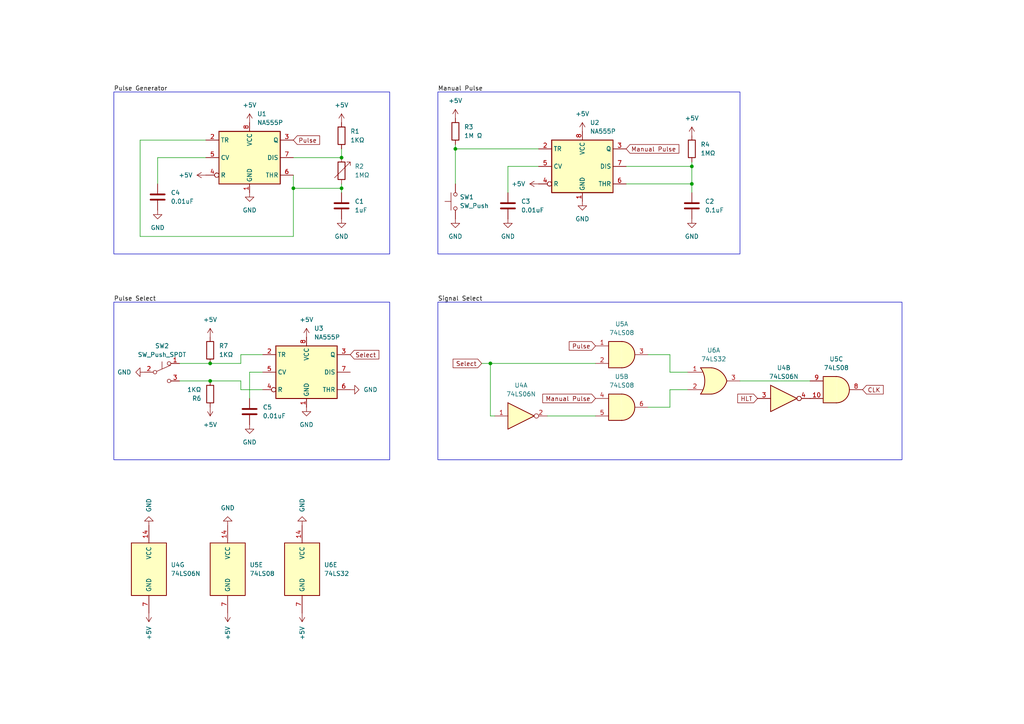
<source format=kicad_sch>
(kicad_sch (version 20230121) (generator eeschema)
  (paper "A4")
  (title_block (title "Clock Module") (date "2023-11-01") (rev "A") (company "Jonas Almås"))
  (lib_symbols
    (symbol "74xx:74LS06N" (pin_names (offset 1.016))
      (property "Reference" "U" (at 0 1.27 0))
      (property "Value" "74LS06N" (at 0 -1.27 0))
      (symbol "74LS06N_1_0"
        (polyline (pts (xy -3.81 3.81) (xy -3.81 -3.81) (xy 3.81 0) (xy -3.81 3.81)) (stroke (width 0.254)) (fill (type background)))
        (pin input line (at -7.62 0 0) (length 3.81) (name "~") (number "1"))
        (pin open_collector inverted (at 7.62 0 180) (length 3.81) (name "~") (number "2"))
      )
      (symbol "74LS06N_2_0"
        (polyline (pts (xy -3.81 3.81) (xy -3.81 -3.81) (xy 3.81 0) (xy -3.81 3.81)) (stroke (width 0.254)) (fill (type background)))
        (pin input line (at -7.62 0 0) (length 3.81) (name "~") (number "3"))
        (pin open_collector inverted (at 7.62 0 180) (length 3.81) (name "~") (number "4"))
      )
      (symbol "74LS06N_3_0"
        (polyline (pts (xy -3.81 3.81) (xy -3.81 -3.81) (xy 3.81 0) (xy -3.81 3.81)) (stroke (width 0.254)) (fill (type background)))
        (pin input line (at -7.62 0 0) (length 3.81) (name "~") (number "5"))
        (pin open_collector inverted (at 7.62 0 180) (length 3.81) (name "~") (number "6"))
      )
      (symbol "74LS06N_4_0"
        (polyline (pts (xy -3.81 3.81) (xy -3.81 -3.81) (xy 3.81 0) (xy -3.81 3.81)) (stroke (width 0.254)) (fill (type background)))
        (pin open_collector inverted (at 7.62 0 180) (length 3.81) (name "~") (number "8"))
        (pin input line (at -7.62 0 0) (length 3.81) (name "~") (number "9"))
      )
      (symbol "74LS06N_5_0"
        (polyline (pts (xy -3.81 3.81) (xy -3.81 -3.81) (xy 3.81 0) (xy -3.81 3.81)) (stroke (width 0.254)) (fill (type background)))
        (pin open_collector inverted (at 7.62 0 180) (length 3.81) (name "~") (number "10"))
        (pin input line (at -7.62 0 0) (length 3.81) (name "~") (number "11"))
      )
      (symbol "74LS06N_6_0"
        (polyline (pts (xy -3.81 3.81) (xy -3.81 -3.81) (xy 3.81 0) (xy -3.81 3.81)) (stroke (width 0.254)) (fill (type background)))
        (pin open_collector inverted (at 7.62 0 180) (length 3.81) (name "~") (number "12"))
        (pin input line (at -7.62 0 0) (length 3.81) (name "~") (number "13"))
      )
      (symbol "74LS06N_7_0"
        (pin power_in line (at 0 12.7 270) (length 5.08) (name "VCC") (number "14"))
        (pin power_in line (at 0 -12.7 90) (length 5.08) (name "GND") (number "7"))
      )
      (symbol "74LS06N_7_1"
        (rectangle (start -5.08 7.62) (end 5.08 -7.62) (stroke (width 0.254)) (fill (type background)))
      )
    )
    (symbol "74xx:74LS08" (pin_names (offset 1.016))
      (property "Reference" "U" (at 0 1.27 0))
      (property "Value" "74LS08" (at 0 -1.27 0))
      (symbol "74LS08_1_1"
        (arc (start 0 -3.81) (mid 3.7934 0) (end 0 3.81) (stroke (width 0.254)) (fill (type background)))
        (polyline (pts (xy 0 3.81) (xy -3.81 3.81) (xy -3.81 -3.81) (xy 0 -3.81)) (stroke (width 0.254)) (fill (type background)))
        (pin input line (at -7.62 2.54 0) (length 3.81) (name "~") (number "1"))
        (pin input line (at -7.62 -2.54 0) (length 3.81) (name "~") (number "2"))
        (pin output line (at 7.62 0 180) (length 3.81) (name "~") (number "3"))
      )
      (symbol "74LS08_1_2"
        (arc (start -3.81 -3.81) (mid -2.589 0) (end -3.81 3.81) (stroke (width 0.254)))
        (arc (start -0.6096 -3.81) (mid 2.1842 -2.5851) (end 3.81 0) (stroke (width 0.254)) (fill (type background)))
        (polyline (pts (xy -3.81 -3.81) (xy -0.635 -3.81)) (stroke (width 0.254)) (fill (type background)))
        (polyline (pts (xy -3.81 3.81) (xy -0.635 3.81)) (stroke (width 0.254)) (fill (type background)))
        (polyline (pts (xy -0.635 3.81) (xy -3.81 3.81) (xy -3.81 3.81) (xy -3.556 3.4036) (xy -3.0226 2.2606) (xy -2.6924 1.0414) (xy -2.6162 -0.254) (xy -2.7686 -1.4986) (xy -3.175 -2.7178) (xy -3.81 -3.81) (xy -3.81 -3.81) (xy -0.635 -3.81)) (stroke (width -25.4)) (fill (type background)))
        (arc (start 3.81 0) (mid 2.1915 2.5936) (end -0.6096 3.81) (stroke (width 0.254)) (fill (type background)))
        (pin input inverted (at -7.62 2.54 0) (length 4.318) (name "~") (number "1"))
        (pin input inverted (at -7.62 -2.54 0) (length 4.318) (name "~") (number "2"))
        (pin output inverted (at 7.62 0 180) (length 3.81) (name "~") (number "3"))
      )
      (symbol "74LS08_2_1"
        (arc (start 0 -3.81) (mid 3.7934 0) (end 0 3.81) (stroke (width 0.254)) (fill (type background)))
        (polyline (pts (xy 0 3.81) (xy -3.81 3.81) (xy -3.81 -3.81) (xy 0 -3.81)) (stroke (width 0.254)) (fill (type background)))
        (pin input line (at -7.62 2.54 0) (length 3.81) (name "~") (number "4"))
        (pin input line (at -7.62 -2.54 0) (length 3.81) (name "~") (number "5"))
        (pin output line (at 7.62 0 180) (length 3.81) (name "~") (number "6"))
      )
      (symbol "74LS08_2_2"
        (arc (start -3.81 -3.81) (mid -2.589 0) (end -3.81 3.81) (stroke (width 0.254)))
        (arc (start -0.6096 -3.81) (mid 2.1842 -2.5851) (end 3.81 0) (stroke (width 0.254)) (fill (type background)))
        (polyline (pts (xy -3.81 -3.81) (xy -0.635 -3.81)) (stroke (width 0.254)) (fill (type background)))
        (polyline (pts (xy -3.81 3.81) (xy -0.635 3.81)) (stroke (width 0.254)) (fill (type background)))
        (polyline (pts (xy -0.635 3.81) (xy -3.81 3.81) (xy -3.81 3.81) (xy -3.556 3.4036) (xy -3.0226 2.2606) (xy -2.6924 1.0414) (xy -2.6162 -0.254) (xy -2.7686 -1.4986) (xy -3.175 -2.7178) (xy -3.81 -3.81) (xy -3.81 -3.81) (xy -0.635 -3.81)) (stroke (width -25.4)) (fill (type background)))
        (arc (start 3.81 0) (mid 2.1915 2.5936) (end -0.6096 3.81) (stroke (width 0.254)) (fill (type background)))
        (pin input inverted (at -7.62 2.54 0) (length 4.318) (name "~") (number "4"))
        (pin input inverted (at -7.62 -2.54 0) (length 4.318) (name "~") (number "5"))
        (pin output inverted (at 7.62 0 180) (length 3.81) (name "~") (number "6"))
      )
      (symbol "74LS08_3_1"
        (arc (start 0 -3.81) (mid 3.7934 0) (end 0 3.81) (stroke (width 0.254)) (fill (type background)))
        (polyline (pts (xy 0 3.81) (xy -3.81 3.81) (xy -3.81 -3.81) (xy 0 -3.81)) (stroke (width 0.254)) (fill (type background)))
        (pin input line (at -7.62 -2.54 0) (length 3.81) (name "~") (number "10"))
        (pin output line (at 7.62 0 180) (length 3.81) (name "~") (number "8"))
        (pin input line (at -7.62 2.54 0) (length 3.81) (name "~") (number "9"))
      )
      (symbol "74LS08_3_2"
        (arc (start -3.81 -3.81) (mid -2.589 0) (end -3.81 3.81) (stroke (width 0.254)))
        (arc (start -0.6096 -3.81) (mid 2.1842 -2.5851) (end 3.81 0) (stroke (width 0.254)) (fill (type background)))
        (polyline (pts (xy -3.81 -3.81) (xy -0.635 -3.81)) (stroke (width 0.254)) (fill (type background)))
        (polyline (pts (xy -3.81 3.81) (xy -0.635 3.81)) (stroke (width 0.254)) (fill (type background)))
        (polyline (pts (xy -0.635 3.81) (xy -3.81 3.81) (xy -3.81 3.81) (xy -3.556 3.4036) (xy -3.0226 2.2606) (xy -2.6924 1.0414) (xy -2.6162 -0.254) (xy -2.7686 -1.4986) (xy -3.175 -2.7178) (xy -3.81 -3.81) (xy -3.81 -3.81) (xy -0.635 -3.81)) (stroke (width -25.4)) (fill (type background)))
        (arc (start 3.81 0) (mid 2.1915 2.5936) (end -0.6096 3.81) (stroke (width 0.254)) (fill (type background)))
        (pin input inverted (at -7.62 -2.54 0) (length 4.318) (name "~") (number "10"))
        (pin output inverted (at 7.62 0 180) (length 3.81) (name "~") (number "8"))
        (pin input inverted (at -7.62 2.54 0) (length 4.318) (name "~") (number "9"))
      )
      (symbol "74LS08_4_1"
        (arc (start 0 -3.81) (mid 3.7934 0) (end 0 3.81) (stroke (width 0.254)) (fill (type background)))
        (polyline (pts (xy 0 3.81) (xy -3.81 3.81) (xy -3.81 -3.81) (xy 0 -3.81)) (stroke (width 0.254)) (fill (type background)))
        (pin output line (at 7.62 0 180) (length 3.81) (name "~") (number "11"))
        (pin input line (at -7.62 2.54 0) (length 3.81) (name "~") (number "12"))
        (pin input line (at -7.62 -2.54 0) (length 3.81) (name "~") (number "13"))
      )
      (symbol "74LS08_4_2"
        (arc (start -3.81 -3.81) (mid -2.589 0) (end -3.81 3.81) (stroke (width 0.254)))
        (arc (start -0.6096 -3.81) (mid 2.1842 -2.5851) (end 3.81 0) (stroke (width 0.254)) (fill (type background)))
        (polyline (pts (xy -3.81 -3.81) (xy -0.635 -3.81)) (stroke (width 0.254)) (fill (type background)))
        (polyline (pts (xy -3.81 3.81) (xy -0.635 3.81)) (stroke (width 0.254)) (fill (type background)))
        (polyline (pts (xy -0.635 3.81) (xy -3.81 3.81) (xy -3.81 3.81) (xy -3.556 3.4036) (xy -3.0226 2.2606) (xy -2.6924 1.0414) (xy -2.6162 -0.254) (xy -2.7686 -1.4986) (xy -3.175 -2.7178) (xy -3.81 -3.81) (xy -3.81 -3.81) (xy -0.635 -3.81)) (stroke (width -25.4)) (fill (type background)))
        (arc (start 3.81 0) (mid 2.1915 2.5936) (end -0.6096 3.81) (stroke (width 0.254)) (fill (type background)))
        (pin output inverted (at 7.62 0 180) (length 3.81) (name "~") (number "11"))
        (pin input inverted (at -7.62 2.54 0) (length 4.318) (name "~") (number "12"))
        (pin input inverted (at -7.62 -2.54 0) (length 4.318) (name "~") (number "13"))
      )
      (symbol "74LS08_5_0"
        (pin power_in line (at 0 12.7 270) (length 5.08) (name "VCC") (number "14"))
        (pin power_in line (at 0 -12.7 90) (length 5.08) (name "GND") (number "7"))
      )
      (symbol "74LS08_5_1"
        (rectangle (start -5.08 7.62) (end 5.08 -7.62) (stroke (width 0.254)) (fill (type background)))
      )
    )
    (symbol "74xx:74LS32" (pin_names (offset 1.016))
      (property "Reference" "U" (at 0 1.27 0))
      (property "Value" "74LS32" (at 0 -1.27 0))
      (symbol "74LS32_1_1"
        (arc (start -3.81 -3.81) (mid -2.589 0) (end -3.81 3.81) (stroke (width 0.254)))
        (arc (start -0.6096 -3.81) (mid 2.1842 -2.5851) (end 3.81 0) (stroke (width 0.254)) (fill (type background)))
        (polyline (pts (xy -3.81 -3.81) (xy -0.635 -3.81)) (stroke (width 0.254)) (fill (type background)))
        (polyline (pts (xy -3.81 3.81) (xy -0.635 3.81)) (stroke (width 0.254)) (fill (type background)))
        (polyline (pts (xy -0.635 3.81) (xy -3.81 3.81) (xy -3.81 3.81) (xy -3.556 3.4036) (xy -3.0226 2.2606) (xy -2.6924 1.0414) (xy -2.6162 -0.254) (xy -2.7686 -1.4986) (xy -3.175 -2.7178) (xy -3.81 -3.81) (xy -3.81 -3.81) (xy -0.635 -3.81)) (stroke (width -25.4)) (fill (type background)))
        (arc (start 3.81 0) (mid 2.1915 2.5936) (end -0.6096 3.81) (stroke (width 0.254)) (fill (type background)))
        (pin input line (at -7.62 2.54 0) (length 4.318) (name "~") (number "1"))
        (pin input line (at -7.62 -2.54 0) (length 4.318) (name "~") (number "2"))
        (pin output line (at 7.62 0 180) (length 3.81) (name "~") (number "3"))
      )
      (symbol "74LS32_1_2"
        (arc (start 0 -3.81) (mid 3.7934 0) (end 0 3.81) (stroke (width 0.254)) (fill (type background)))
        (polyline (pts (xy 0 3.81) (xy -3.81 3.81) (xy -3.81 -3.81) (xy 0 -3.81)) (stroke (width 0.254)) (fill (type background)))
        (pin input inverted (at -7.62 2.54 0) (length 3.81) (name "~") (number "1"))
        (pin input inverted (at -7.62 -2.54 0) (length 3.81) (name "~") (number "2"))
        (pin output inverted (at 7.62 0 180) (length 3.81) (name "~") (number "3"))
      )
      (symbol "74LS32_2_1"
        (arc (start -3.81 -3.81) (mid -2.589 0) (end -3.81 3.81) (stroke (width 0.254)))
        (arc (start -0.6096 -3.81) (mid 2.1842 -2.5851) (end 3.81 0) (stroke (width 0.254)) (fill (type background)))
        (polyline (pts (xy -3.81 -3.81) (xy -0.635 -3.81)) (stroke (width 0.254)) (fill (type background)))
        (polyline (pts (xy -3.81 3.81) (xy -0.635 3.81)) (stroke (width 0.254)) (fill (type background)))
        (polyline (pts (xy -0.635 3.81) (xy -3.81 3.81) (xy -3.81 3.81) (xy -3.556 3.4036) (xy -3.0226 2.2606) (xy -2.6924 1.0414) (xy -2.6162 -0.254) (xy -2.7686 -1.4986) (xy -3.175 -2.7178) (xy -3.81 -3.81) (xy -3.81 -3.81) (xy -0.635 -3.81)) (stroke (width -25.4)) (fill (type background)))
        (arc (start 3.81 0) (mid 2.1915 2.5936) (end -0.6096 3.81) (stroke (width 0.254)) (fill (type background)))
        (pin input line (at -7.62 2.54 0) (length 4.318) (name "~") (number "4"))
        (pin input line (at -7.62 -2.54 0) (length 4.318) (name "~") (number "5"))
        (pin output line (at 7.62 0 180) (length 3.81) (name "~") (number "6"))
      )
      (symbol "74LS32_2_2"
        (arc (start 0 -3.81) (mid 3.7934 0) (end 0 3.81) (stroke (width 0.254)) (fill (type background)))
        (polyline (pts (xy 0 3.81) (xy -3.81 3.81) (xy -3.81 -3.81) (xy 0 -3.81)) (stroke (width 0.254)) (fill (type background)))
        (pin input inverted (at -7.62 2.54 0) (length 3.81) (name "~") (number "4"))
        (pin input inverted (at -7.62 -2.54 0) (length 3.81) (name "~") (number "5"))
        (pin output inverted (at 7.62 0 180) (length 3.81) (name "~") (number "6"))
      )
      (symbol "74LS32_3_1"
        (arc (start -3.81 -3.81) (mid -2.589 0) (end -3.81 3.81) (stroke (width 0.254)))
        (arc (start -0.6096 -3.81) (mid 2.1842 -2.5851) (end 3.81 0) (stroke (width 0.254)) (fill (type background)))
        (polyline (pts (xy -3.81 -3.81) (xy -0.635 -3.81)) (stroke (width 0.254)) (fill (type background)))
        (polyline (pts (xy -3.81 3.81) (xy -0.635 3.81)) (stroke (width 0.254)) (fill (type background)))
        (polyline (pts (xy -0.635 3.81) (xy -3.81 3.81) (xy -3.81 3.81) (xy -3.556 3.4036) (xy -3.0226 2.2606) (xy -2.6924 1.0414) (xy -2.6162 -0.254) (xy -2.7686 -1.4986) (xy -3.175 -2.7178) (xy -3.81 -3.81) (xy -3.81 -3.81) (xy -0.635 -3.81)) (stroke (width -25.4)) (fill (type background)))
        (arc (start 3.81 0) (mid 2.1915 2.5936) (end -0.6096 3.81) (stroke (width 0.254)) (fill (type background)))
        (pin input line (at -7.62 -2.54 0) (length 4.318) (name "~") (number "10"))
        (pin output line (at 7.62 0 180) (length 3.81) (name "~") (number "8"))
        (pin input line (at -7.62 2.54 0) (length 4.318) (name "~") (number "9"))
      )
      (symbol "74LS32_3_2"
        (arc (start 0 -3.81) (mid 3.7934 0) (end 0 3.81) (stroke (width 0.254)) (fill (type background)))
        (polyline (pts (xy 0 3.81) (xy -3.81 3.81) (xy -3.81 -3.81) (xy 0 -3.81)) (stroke (width 0.254)) (fill (type background)))
        (pin input inverted (at -7.62 -2.54 0) (length 3.81) (name "~") (number "10"))
        (pin output inverted (at 7.62 0 180) (length 3.81) (name "~") (number "8"))
        (pin input inverted (at -7.62 2.54 0) (length 3.81) (name "~") (number "9"))
      )
      (symbol "74LS32_4_1"
        (arc (start -3.81 -3.81) (mid -2.589 0) (end -3.81 3.81) (stroke (width 0.254)))
        (arc (start -0.6096 -3.81) (mid 2.1842 -2.5851) (end 3.81 0) (stroke (width 0.254)) (fill (type background)))
        (polyline (pts (xy -3.81 -3.81) (xy -0.635 -3.81)) (stroke (width 0.254)) (fill (type background)))
        (polyline (pts (xy -3.81 3.81) (xy -0.635 3.81)) (stroke (width 0.254)) (fill (type background)))
        (polyline (pts (xy -0.635 3.81) (xy -3.81 3.81) (xy -3.81 3.81) (xy -3.556 3.4036) (xy -3.0226 2.2606) (xy -2.6924 1.0414) (xy -2.6162 -0.254) (xy -2.7686 -1.4986) (xy -3.175 -2.7178) (xy -3.81 -3.81) (xy -3.81 -3.81) (xy -0.635 -3.81)) (stroke (width -25.4)) (fill (type background)))
        (arc (start 3.81 0) (mid 2.1915 2.5936) (end -0.6096 3.81) (stroke (width 0.254)) (fill (type background)))
        (pin output line (at 7.62 0 180) (length 3.81) (name "~") (number "11"))
        (pin input line (at -7.62 2.54 0) (length 4.318) (name "~") (number "12"))
        (pin input line (at -7.62 -2.54 0) (length 4.318) (name "~") (number "13"))
      )
      (symbol "74LS32_4_2"
        (arc (start 0 -3.81) (mid 3.7934 0) (end 0 3.81) (stroke (width 0.254)) (fill (type background)))
        (polyline (pts (xy 0 3.81) (xy -3.81 3.81) (xy -3.81 -3.81) (xy 0 -3.81)) (stroke (width 0.254)) (fill (type background)))
        (pin output inverted (at 7.62 0 180) (length 3.81) (name "~") (number "11"))
        (pin input inverted (at -7.62 2.54 0) (length 3.81) (name "~") (number "12"))
        (pin input inverted (at -7.62 -2.54 0) (length 3.81) (name "~") (number "13"))
      )
      (symbol "74LS32_5_0"
        (pin power_in line (at 0 12.7 270) (length 5.08) (name "VCC") (number "14"))
        (pin power_in line (at 0 -12.7 90) (length 5.08) (name "GND") (number "7"))
      )
      (symbol "74LS32_5_1"
        (rectangle (start -5.08 7.62) (end 5.08 -7.62) (stroke (width 0.254)) (fill (type background)))
      )
    )
    (symbol "Device:C" (pin_numbers hide) (pin_names (offset 0.254))
      (property "Reference" "C" (at 0.635 2.54 0))
      (property "Value" "C" (at 0.635 -2.54 0))
      (symbol "C_0_1"
        (polyline (pts (xy -2.032 -0.762) (xy 2.032 -0.762)) (stroke (width 0.508)))
        (polyline (pts (xy -2.032 0.762) (xy 2.032 0.762)) (stroke (width 0.508)))
      )
      (symbol "C_1_1"
        (pin passive line (at 0 3.81 270) (length 2.794) (name "~") (number "1"))
        (pin passive line (at 0 -3.81 90) (length 2.794) (name "~") (number "2"))
      )
    )
    (symbol "Device:R" (pin_numbers hide) (pin_names (offset 0))
      (property "Reference" "R" (at 2.032 0 90))
      (property "Value" "R" (at 0 0 90))
      (symbol "R_0_1"
        (rectangle (start -1.016 -2.54) (end 1.016 2.54) (stroke (width 0.254)))
      )
      (symbol "R_1_1"
        (pin passive line (at 0 3.81 270) (length 1.27) (name "~") (number "1"))
        (pin passive line (at 0 -3.81 90) (length 1.27) (name "~") (number "2"))
      )
    )
    (symbol "Device:R_Variable" (pin_numbers hide) (pin_names (offset 0))
      (property "Reference" "R" (at 2.54 -2.54 90))
      (property "Value" "R_Variable" (at -2.54 -1.27 90))
      (symbol "R_Variable_0_1"
        (rectangle (start -1.016 -2.54) (end 1.016 2.54) (stroke (width 0.254)))
        (polyline (pts (xy 2.54 1.524) (xy 2.54 2.54) (xy 1.524 2.54) (xy 2.54 2.54) (xy -2.032 -2.032)))
      )
      (symbol "R_Variable_1_1"
        (pin passive line (at 0 3.81 270) (length 1.27) (name "~") (number "1"))
        (pin passive line (at 0 -3.81 90) (length 1.27) (name "~") (number "2"))
      )
    )
    (symbol "Switch:SW_Push" (pin_numbers hide) (pin_names (offset 1.016) hide)
      (property "Reference" "SW" (at 1.27 2.54 0))
      (property "Value" "SW_Push" (at 0 -1.524 0))
      (symbol "SW_Push_0_1"
        (circle (center -2.032 0) (radius 0.508))
        (polyline (pts (xy 0 1.27) (xy 0 3.048)))
        (polyline (pts (xy 2.54 1.27) (xy -2.54 1.27)))
        (circle (center 2.032 0) (radius 0.508))
        (pin passive line (at -5.08 0 0) (length 2.54) (name "1") (number "1"))
        (pin passive line (at 5.08 0 180) (length 2.54) (name "2") (number "2"))
      )
    )
    (symbol "Switch:SW_Push_SPDT" (pin_names (offset 0) hide)
      (property "Reference" "SW" (at 0 4.318 0))
      (property "Value" "SW_Push_SPDT" (at 0 -5.08 0))
      (symbol "SW_Push_SPDT_0_0"
        (circle (center -2.032 0) (radius 0.508))
        (polyline (pts (xy 0 1.016) (xy 0 3.048)))
        (circle (center 2.032 -2.54) (radius 0.508))
      )
      (symbol "SW_Push_SPDT_0_1"
        (polyline (pts (xy -1.524 0.254) (xy 2.54 2.032)))
        (circle (center 2.032 2.54) (radius 0.508))
      )
      (symbol "SW_Push_SPDT_1_1"
        (pin passive line (at 5.08 2.54 180) (length 2.54) (name "A") (number "1"))
        (pin passive line (at -5.08 0 0) (length 2.54) (name "B") (number "2"))
        (pin passive line (at 5.08 -2.54 180) (length 2.54) (name "C") (number "3"))
      )
    )
    (symbol "Timer:NA555P"
      (property "Reference" "U" (at -10.16 8.89 0))
      (property "Value" "NA555P" (at 2.54 8.89 0))
      (symbol "NA555P_0_0"
        (pin power_in line (at 0 -10.16 90) (length 2.54) (name "GND") (number "1"))
        (pin power_in line (at 0 10.16 270) (length 2.54) (name "VCC") (number "8"))
      )
      (symbol "NA555P_0_1"
        (rectangle (start -8.89 -7.62) (end 8.89 7.62) (stroke (width 0.254)) (fill (type background)))
        (rectangle (start -8.89 -7.62) (end 8.89 7.62) (stroke (width 0.254)) (fill (type background)))
      )
      (symbol "NA555P_1_1"
        (pin input line (at -12.7 5.08 0) (length 3.81) (name "TR") (number "2"))
        (pin output line (at 12.7 5.08 180) (length 3.81) (name "Q") (number "3"))
        (pin input inverted (at -12.7 -5.08 0) (length 3.81) (name "R") (number "4"))
        (pin input line (at -12.7 0 0) (length 3.81) (name "CV") (number "5"))
        (pin input line (at 12.7 -5.08 180) (length 3.81) (name "THR") (number "6"))
        (pin input line (at 12.7 0 180) (length 3.81) (name "DIS") (number "7"))
      )
    )
    (symbol "power:+5V" (power) (pin_names (offset 0))
      (property "Value" "+5V" (at 0 3.556 0))
      (symbol "+5V_0_1"
        (polyline (pts (xy -0.762 1.27) (xy 0 2.54)))
        (polyline (pts (xy 0 0) (xy 0 2.54)))
        (polyline (pts (xy 0 2.54) (xy 0.762 1.27)))
      )
      (symbol "+5V_1_1"
        (pin power_in line (at 0 0 90) (length 0) hide (name "+5V") (number "1"))
      )
    )
    (symbol "power:GND" (power) (pin_names (offset 0))
      (property "Value" "GND" (at 0 -3.81 0))
      (symbol "GND_0_1"
        (polyline (pts (xy 0 0) (xy 0 -1.27) (xy 1.27 -1.27) (xy 0 -2.54) (xy -1.27 -1.27) (xy 0 -1.27)))
      )
      (symbol "GND_1_1"
        (pin power_in line (at 0 0 270) (length 0) hide (name "GND") (number "1"))
      )
    )
  )
  (junction (at 200.66 48.26))
  (junction (at 60.96 105.41))
  (junction (at 200.66 53.34))
  (junction (at 99.06 54.61))
  (junction (at 60.96 110.49))
  (junction (at 132.08 43.18))
  (junction (at 99.06 45.72))
  (junction (at 85.09 54.61))
  (junction (at 142.24 105.41))
  (wire (pts (xy 45.72 45.72) (xy 45.72 53.34)))
  (wire (pts (xy 69.85 105.41) (xy 69.85 102.87)))
  (wire (pts (xy 99.06 43.18) (xy 99.06 45.72)))
  (wire (pts (xy 181.61 48.26) (xy 200.66 48.26)))
  (wire (pts (xy 214.63 110.49) (xy 234.95 110.49)))
  (wire (pts (xy 69.85 113.03) (xy 69.85 110.49)))
  (wire (pts (xy 99.06 54.61) (xy 99.06 55.88)))
  (wire (pts (xy 99.06 53.34) (xy 99.06 54.61)))
  (wire (pts (xy 132.08 43.18) (xy 156.21 43.18)))
  (wire (pts (xy 194.31 113.03) (xy 194.31 118.11)))
  (wire (pts (xy 200.66 48.26) (xy 200.66 53.34)))
  (wire (pts (xy 85.09 68.58) (xy 40.64 68.58)))
  (wire (pts (xy 199.39 113.03) (xy 194.31 113.03)))
  (wire (pts (xy 200.66 53.34) (xy 200.66 55.88)))
  (wire (pts (xy 194.31 107.95) (xy 199.39 107.95)))
  (wire (pts (xy 147.32 48.26) (xy 156.21 48.26)))
  (wire (pts (xy 143.51 120.65) (xy 142.24 120.65)))
  (wire (pts (xy 59.69 45.72) (xy 45.72 45.72)))
  (wire (pts (xy 60.96 105.41) (xy 69.85 105.41)))
  (wire (pts (xy 40.64 68.58) (xy 40.64 40.64)))
  (wire (pts (xy 85.09 54.61) (xy 99.06 54.61)))
  (wire (pts (xy 132.08 41.91) (xy 132.08 43.18)))
  (wire (pts (xy 85.09 54.61) (xy 85.09 68.58)))
  (wire (pts (xy 142.24 105.41) (xy 172.72 105.41)))
  (wire (pts (xy 85.09 45.72) (xy 99.06 45.72)))
  (wire (pts (xy 132.08 43.18) (xy 132.08 53.34)))
  (wire (pts (xy 60.96 110.49) (xy 52.07 110.49)))
  (wire (pts (xy 142.24 120.65) (xy 142.24 105.41)))
  (wire (pts (xy 194.31 102.87) (xy 194.31 107.95)))
  (wire (pts (xy 52.07 105.41) (xy 60.96 105.41)))
  (wire (pts (xy 158.75 120.65) (xy 172.72 120.65)))
  (wire (pts (xy 187.96 118.11) (xy 194.31 118.11)))
  (wire (pts (xy 139.7 105.41) (xy 142.24 105.41)))
  (wire (pts (xy 69.85 110.49) (xy 60.96 110.49)))
  (wire (pts (xy 181.61 53.34) (xy 200.66 53.34)))
  (wire (pts (xy 69.85 102.87) (xy 76.2 102.87)))
  (wire (pts (xy 59.69 40.64) (xy 40.64 40.64)))
  (wire (pts (xy 72.39 115.57) (xy 72.39 107.95)))
  (wire (pts (xy 200.66 46.99) (xy 200.66 48.26)))
  (wire (pts (xy 72.39 107.95) (xy 76.2 107.95)))
  (wire (pts (xy 85.09 50.8) (xy 85.09 54.61)))
  (wire (pts (xy 187.96 102.87) (xy 194.31 102.87)))
  (wire (pts (xy 76.2 113.03) (xy 69.85 113.03)))
  (wire (pts (xy 147.32 55.88) (xy 147.32 48.26)))
  (rectangle (start 127 26.67) (end 214.63 73.66))
  (rectangle (start 33.02 26.67) (end 113.03 73.66))
  (rectangle (start 127 87.63) (end 261.62 133.35))
  (rectangle (start 33.02 87.63) (end 113.03 133.35))
  (label "Signal Select" (at 127 87.63 0))
  (label "Manual Pulse" (at 127 26.67 0))
  (label "Pulse Select" (at 33.02 87.63 0))
  (label "Pulse Generator" (at 33.02 26.67 0))
  (global_label "Select" (shape input) (at 101.6 102.87 0) (property "Intersheetrefs" "${INTERSHEET_REFS}" (effects hide)))
  (global_label "Manual Pulse" (shape input) (at 172.72 115.57 180) (property "Intersheetrefs" "${INTERSHEET_REFS}" (effects hide)))
  (global_label "HLT" (shape input) (at 219.71 115.57 180) (property "Intersheetrefs" "${INTERSHEET_REFS}" (effects hide)))
  (global_label "Pulse" (shape input) (at 85.09 40.64 0) (property "Intersheetrefs" "${INTERSHEET_REFS}" (effects hide)))
  (global_label "CLK" (shape input) (at 250.19 113.03 0) (property "Intersheetrefs" "${INTERSHEET_REFS}" (effects hide)))
  (global_label "Manual Pulse" (shape input) (at 181.61 43.18 0) (property "Intersheetrefs" "${INTERSHEET_REFS}" (effects hide)))
  (global_label "Pulse" (shape input) (at 172.72 100.33 180) (property "Intersheetrefs" "${INTERSHEET_REFS}" (effects hide)))
  (global_label "Select" (shape input) (at 139.7 105.41 180) (property "Intersheetrefs" "${INTERSHEET_REFS}" (effects hide)))
  (symbol (lib_id "power:+5V") (at 43.18 177.8 180) (unit 1)
    (property "Reference" "#PWR023" (effects hide))
    (property "Value" "+5V" (at 43.18 181.61 90) (effects (justify left)))
  )
  (symbol (lib_id "74xx:74LS32") (at 375.92 80.01 0) (unit 3)
    (property "Reference" "U6" (at 375.92 71.12 0))
    (property "Value" "74LS32" (at 375.92 73.66 0))
    (property "Datasheet" "http://www.ti.com/lit/gpn/sn74LS32" (effects hide))
  )
  (symbol (lib_id "Switch:SW_Push") (at 132.08 58.42 90) (unit 1)
    (property "Reference" "SW1" (at 133.35 57.15 90) (effects (justify right)))
    (property "Value" "SW_Push" (at 133.35 59.69 90) (effects (justify right)))
  )
  (symbol (lib_id "74xx:74LS08") (at 180.34 118.11 0) (unit 2)
    (property "Reference" "U5" (at 180.3317 109.22 0))
    (property "Value" "74LS08" (at 180.3317 111.76 0))
    (property "Datasheet" "http://www.ti.com/lit/gpn/sn74LS08" (effects hide))
  )
  (symbol (lib_id "power:GND") (at 45.72 60.96 0) (unit 1)
    (property "Reference" "#PWR014" (effects hide))
    (property "Value" "GND" (at 45.72 66.04 0))
  )
  (symbol (lib_id "Timer:NA555P") (at 168.91 48.26 0) (unit 1)
    (property "Reference" "U2" (at 171.1041 35.56 0) (effects (justify left)))
    (property "Value" "NA555P" (at 171.1041 38.1 0) (effects (justify left)))
    (property "Footprint" "Package_DIP:DIP-8_W7.62mm" (effects hide))
    (property "Datasheet" "http://www.ti.com/lit/ds/symlink/ne555.pdf" (effects hide))
  )
  (symbol (lib_id "power:GND") (at 168.91 58.42 0) (unit 1)
    (property "Reference" "#PWR011" (effects hide))
    (property "Value" "GND" (at 168.91 63.5 0))
  )
  (symbol (lib_id "power:GND") (at 200.66 63.5 0) (unit 1)
    (property "Reference" "#PWR07" (effects hide))
    (property "Value" "GND" (at 200.66 68.58 0))
  )
  (symbol (lib_id "power:GND") (at 41.91 107.95 270) (unit 1)
    (property "Reference" "#PWR018" (effects hide))
    (property "Value" "GND" (at 38.1 107.95 90) (effects (justify right)))
  )
  (symbol (lib_id "Device:R") (at 99.06 39.37 0) (unit 1)
    (property "Reference" "R1" (at 101.6 38.1 0) (effects (justify left)))
    (property "Value" "1KΩ" (at 101.6 40.64 0) (effects (justify left)))
  )
  (symbol (lib_id "74xx:74LS08") (at 242.57 113.03 0) (unit 3)
    (property "Reference" "U5" (at 242.5617 104.14 0))
    (property "Value" "74LS08" (at 242.5617 106.68 0))
    (property "Datasheet" "http://www.ti.com/lit/gpn/sn74LS08" (effects hide))
  )
  (symbol (lib_id "power:GND") (at 43.18 152.4 180) (unit 1)
    (property "Reference" "#PWR019" (effects hide))
    (property "Value" "GND" (at 43.18 148.59 90) (effects (justify right)))
  )
  (symbol (lib_id "power:GND") (at 147.32 63.5 0) (unit 1)
    (property "Reference" "#PWR013" (effects hide))
    (property "Value" "GND" (at 147.32 68.58 0))
  )
  (symbol (lib_id "power:+5V") (at 66.04 177.8 180) (unit 1)
    (property "Reference" "#PWR025" (effects hide))
    (property "Value" "+5V" (at 66.04 181.61 90) (effects (justify left)))
  )
  (symbol (lib_id "74xx:74LS06N") (at 334.01 49.53 0) (unit 3)
    (property "Reference" "U4" (at 334.01 40.64 0))
    (property "Value" "74LS06N" (at 334.01 43.18 0))
    (property "Datasheet" "http://www.ti.com/lit/gpn/sn74LS06N" (effects hide))
  )
  (symbol (lib_id "74xx:74LS06N") (at 334.01 95.25 0) (unit 6)
    (property "Reference" "U4" (at 334.01 86.36 0))
    (property "Value" "74LS06N" (at 334.01 88.9 0))
    (property "Datasheet" "http://www.ti.com/lit/gpn/sn74LS06N" (effects hide))
  )
  (symbol (lib_id "Device:C") (at 72.39 119.38 0) (unit 1)
    (property "Reference" "C5" (at 76.2 118.11 0) (effects (justify left)))
    (property "Value" "0.01uF" (at 76.2 120.65 0) (effects (justify left)))
  )
  (symbol (lib_id "power:GND") (at 66.04 152.4 180) (unit 1)
    (property "Reference" "#PWR024" (effects hide))
    (property "Value" "GND" (at 66.04 147.32 0))
  )
  (symbol (lib_id "power:+5V") (at 87.63 177.8 180) (unit 1)
    (property "Reference" "#PWR027" (effects hide))
    (property "Value" "+5V" (at 87.63 181.61 90) (effects (justify left)))
  )
  (symbol (lib_id "Device:R") (at 60.96 101.6 0) (unit 1)
    (property "Reference" "R7" (at 63.5 100.33 0) (effects (justify left)))
    (property "Value" "1KΩ" (at 63.5 102.87 0) (effects (justify left)))
  )
  (symbol (lib_id "power:+5V") (at 156.21 53.34 90) (unit 1)
    (property "Reference" "#PWR09" (effects hide))
    (property "Value" "+5V" (at 152.4 53.34 90) (effects (justify left)))
  )
  (symbol (lib_id "power:+5V") (at 72.39 35.56 0) (unit 1)
    (property "Reference" "#PWR05" (effects hide))
    (property "Value" "+5V" (at 72.39 30.48 0))
  )
  (symbol (lib_id "power:+5V") (at 59.69 50.8 90) (unit 1)
    (property "Reference" "#PWR02" (effects hide))
    (property "Value" "+5V" (at 55.88 50.8 90) (effects (justify left)))
  )
  (symbol (lib_id "74xx:74LS06N") (at 151.13 120.65 0) (unit 1)
    (property "Reference" "U4" (at 151.13 111.76 0))
    (property "Value" "74LS06N" (at 151.13 114.3 0))
    (property "Datasheet" "http://www.ti.com/lit/gpn/sn74LS06N" (effects hide))
  )
  (symbol (lib_id "74xx:74LS32") (at 87.63 165.1 0) (unit 5)
    (property "Reference" "U6" (at 93.98 163.83 0) (effects (justify left)))
    (property "Value" "74LS32" (at 93.98 166.37 0) (effects (justify left)))
    (property "Datasheet" "http://www.ti.com/lit/gpn/sn74LS32" (effects hide))
  )
  (symbol (lib_id "Device:C") (at 200.66 59.69 0) (unit 1)
    (property "Reference" "C2" (at 204.47 58.42 0) (effects (justify left)))
    (property "Value" "0.1uF" (at 204.47 60.96 0) (effects (justify left)))
  )
  (symbol (lib_id "74xx:74LS08") (at 66.04 165.1 0) (unit 5)
    (property "Reference" "U5" (at 72.39 163.83 0) (effects (justify left)))
    (property "Value" "74LS08" (at 72.39 166.37 0) (effects (justify left)))
    (property "Datasheet" "http://www.ti.com/lit/gpn/sn74LS08" (effects hide))
  )
  (symbol (lib_id "Switch:SW_Push_SPDT") (at 46.99 107.95 0) (unit 1)
    (property "Reference" "SW2" (at 46.99 100.33 0))
    (property "Value" "SW_Push_SPDT" (at 46.99 102.87 0))
  )
  (symbol (lib_id "Device:R") (at 200.66 43.18 0) (unit 1)
    (property "Reference" "R4" (at 203.2 41.91 0) (effects (justify left)))
    (property "Value" "1MΩ" (at 203.2 44.45 0) (effects (justify left)))
  )
  (symbol (lib_id "power:+5V") (at 99.06 35.56 0) (unit 1)
    (property "Reference" "#PWR03" (effects hide))
    (property "Value" "+5V" (at 99.06 30.48 0))
  )
  (symbol (lib_id "Device:R") (at 132.08 38.1 0) (unit 1)
    (property "Reference" "R3" (at 134.62 36.83 0) (effects (justify left)))
    (property "Value" "1M Ω" (at 134.62 39.37 0) (effects (justify left)))
  )
  (symbol (lib_id "Device:C") (at 99.06 59.69 0) (unit 1)
    (property "Reference" "C1" (at 102.87 58.42 0) (effects (justify left)))
    (property "Value" "1uF" (at 102.87 60.96 0) (effects (justify left)))
  )
  (symbol (lib_id "Device:R_Variable") (at 99.06 49.53 0) (unit 1)
    (property "Reference" "R2" (at 102.87 48.26 0) (effects (justify left)))
    (property "Value" "1MΩ" (at 102.87 50.8 0) (effects (justify left)))
  )
  (symbol (lib_id "74xx:74LS06N") (at 334.01 80.01 0) (unit 5)
    (property "Reference" "U4" (at 334.01 71.12 0))
    (property "Value" "74LS06N" (at 334.01 73.66 0))
    (property "Datasheet" "http://www.ti.com/lit/gpn/sn74LS06N" (effects hide))
  )
  (symbol (lib_id "74xx:74LS32") (at 375.92 64.77 0) (unit 2)
    (property "Reference" "U6" (at 375.92 55.88 0))
    (property "Value" "74LS32" (at 375.92 58.42 0))
    (property "Datasheet" "http://www.ti.com/lit/gpn/sn74LS32" (effects hide))
  )
  (symbol (lib_id "power:+5V") (at 88.9 97.79 0) (unit 1)
    (property "Reference" "#PWR015" (effects hide))
    (property "Value" "+5V" (at 88.9 92.71 0))
  )
  (symbol (lib_id "74xx:74LS32") (at 375.92 95.25 0) (unit 4)
    (property "Reference" "U6" (at 375.92 86.36 0))
    (property "Value" "74LS32" (at 375.92 88.9 0))
    (property "Datasheet" "http://www.ti.com/lit/gpn/sn74LS32" (effects hide))
  )
  (symbol (lib_id "power:GND") (at 132.08 63.5 0) (unit 1)
    (property "Reference" "#PWR08" (effects hide))
    (property "Value" "GND" (at 132.08 68.58 0))
  )
  (symbol (lib_id "74xx:74LS08") (at 354.33 95.25 0) (unit 4)
    (property "Reference" "U5" (at 354.3217 86.36 0))
    (property "Value" "74LS08" (at 354.3217 88.9 0))
    (property "Datasheet" "http://www.ti.com/lit/gpn/sn74LS08" (effects hide))
  )
  (symbol (lib_id "power:GND") (at 88.9 118.11 0) (unit 1)
    (property "Reference" "#PWR016" (effects hide))
    (property "Value" "GND" (at 88.9 123.19 0))
  )
  (symbol (lib_id "power:+5V") (at 200.66 39.37 0) (unit 1)
    (property "Reference" "#PWR01" (effects hide))
    (property "Value" "+5V" (at 200.66 34.29 0))
  )
  (symbol (lib_id "power:GND") (at 101.6 113.03 90) (unit 1)
    (property "Reference" "#PWR017" (effects hide))
    (property "Value" "GND" (at 105.41 113.03 90) (effects (justify right)))
  )
  (symbol (lib_id "power:+5V") (at 60.96 118.11 180) (unit 1)
    (property "Reference" "#PWR021" (effects hide))
    (property "Value" "+5V" (at 60.96 123.19 0))
  )
  (symbol (lib_id "power:+5V") (at 168.91 38.1 0) (unit 1)
    (property "Reference" "#PWR010" (effects hide))
    (property "Value" "+5V" (at 168.91 33.02 0))
  )
  (symbol (lib_id "Timer:NA555P") (at 72.39 45.72 0) (unit 1)
    (property "Reference" "U1" (at 74.5841 33.02 0) (effects (justify left)))
    (property "Value" "NA555P" (at 74.5841 35.56 0) (effects (justify left)))
    (property "Footprint" "Package_DIP:DIP-8_W7.62mm" (effects hide))
    (property "Datasheet" "http://www.ti.com/lit/ds/symlink/ne555.pdf" (effects hide))
  )
  (symbol (lib_id "power:GND") (at 99.06 63.5 0) (unit 1)
    (property "Reference" "#PWR04" (effects hide))
    (property "Value" "GND" (at 99.06 68.58 0))
  )
  (symbol (lib_id "Device:C") (at 45.72 57.15 0) (unit 1)
    (property "Reference" "C4" (at 49.53 55.88 0) (effects (justify left)))
    (property "Value" "0.01uF" (at 49.53 58.42 0) (effects (justify left)))
  )
  (symbol (lib_id "74xx:74LS08") (at 180.34 102.87 0) (unit 1)
    (property "Reference" "U5" (at 180.3317 93.98 0))
    (property "Value" "74LS08" (at 180.3317 96.52 0))
    (property "Datasheet" "http://www.ti.com/lit/gpn/sn74LS08" (effects hide))
  )
  (symbol (lib_id "74xx:74LS32") (at 207.01 110.49 0) (unit 1)
    (property "Reference" "U6" (at 207.01 101.6 0))
    (property "Value" "74LS32" (at 207.01 104.14 0))
    (property "Datasheet" "http://www.ti.com/lit/gpn/sn74LS32" (effects hide))
  )
  (symbol (lib_id "Device:R") (at 60.96 114.3 180) (unit 1)
    (property "Reference" "R6" (at 58.42 115.57 0) (effects (justify left)))
    (property "Value" "1KΩ" (at 58.42 113.03 0) (effects (justify left)))
  )
  (symbol (lib_id "74xx:74LS06N") (at 227.33 115.57 0) (unit 2)
    (property "Reference" "U4" (at 227.33 106.68 0))
    (property "Value" "74LS06N" (at 227.33 109.22 0))
    (property "Datasheet" "http://www.ti.com/lit/gpn/sn74LS06N" (effects hide))
  )
  (symbol (lib_id "Device:C") (at 147.32 59.69 0) (unit 1)
    (property "Reference" "C3" (at 151.13 58.42 0) (effects (justify left)))
    (property "Value" "0.01uF" (at 151.13 60.96 0) (effects (justify left)))
  )
  (symbol (lib_id "74xx:74LS06N") (at 334.01 64.77 0) (unit 4)
    (property "Reference" "U4" (at 334.01 55.88 0))
    (property "Value" "74LS06N" (at 334.01 58.42 0))
    (property "Datasheet" "http://www.ti.com/lit/gpn/sn74LS06N" (effects hide))
  )
  (symbol (lib_id "74xx:74LS06N") (at 43.18 165.1 0) (unit 7)
    (property "Reference" "U4" (at 49.53 163.83 0) (effects (justify left)))
    (property "Value" "74LS06N" (at 49.53 166.37 0) (effects (justify left)))
    (property "Datasheet" "http://www.ti.com/lit/gpn/sn74LS06N" (effects hide))
  )
  (symbol (lib_id "power:GND") (at 72.39 55.88 0) (unit 1)
    (property "Reference" "#PWR06" (effects hide))
    (property "Value" "GND" (at 72.39 60.96 0))
  )
  (symbol (lib_id "power:+5V") (at 132.08 34.29 0) (unit 1)
    (property "Reference" "#PWR012" (effects hide))
    (property "Value" "+5V" (at 132.08 29.21 0))
  )
  (symbol (lib_id "Timer:NA555P") (at 88.9 107.95 0) (unit 1)
    (property "Reference" "U3" (at 91.0941 95.25 0) (effects (justify left)))
    (property "Value" "NA555P" (at 91.0941 97.79 0) (effects (justify left)))
    (property "Footprint" "Package_DIP:DIP-8_W7.62mm" (effects hide))
    (property "Datasheet" "http://www.ti.com/lit/ds/symlink/ne555.pdf" (effects hide))
  )
  (symbol (lib_id "power:+5V") (at 60.96 97.79 0) (unit 1)
    (property "Reference" "#PWR022" (effects hide))
    (property "Value" "+5V" (at 60.96 92.71 0))
  )
  (symbol (lib_id "power:GND") (at 87.63 152.4 180) (unit 1)
    (property "Reference" "#PWR026" (effects hide))
    (property "Value" "GND" (at 87.63 148.59 90) (effects (justify right)))
  )
  (symbol (lib_id "power:GND") (at 72.39 123.19 0) (unit 1)
    (property "Reference" "#PWR020" (effects hide))
    (property "Value" "GND" (at 72.39 128.27 0))
  )
)
</source>
